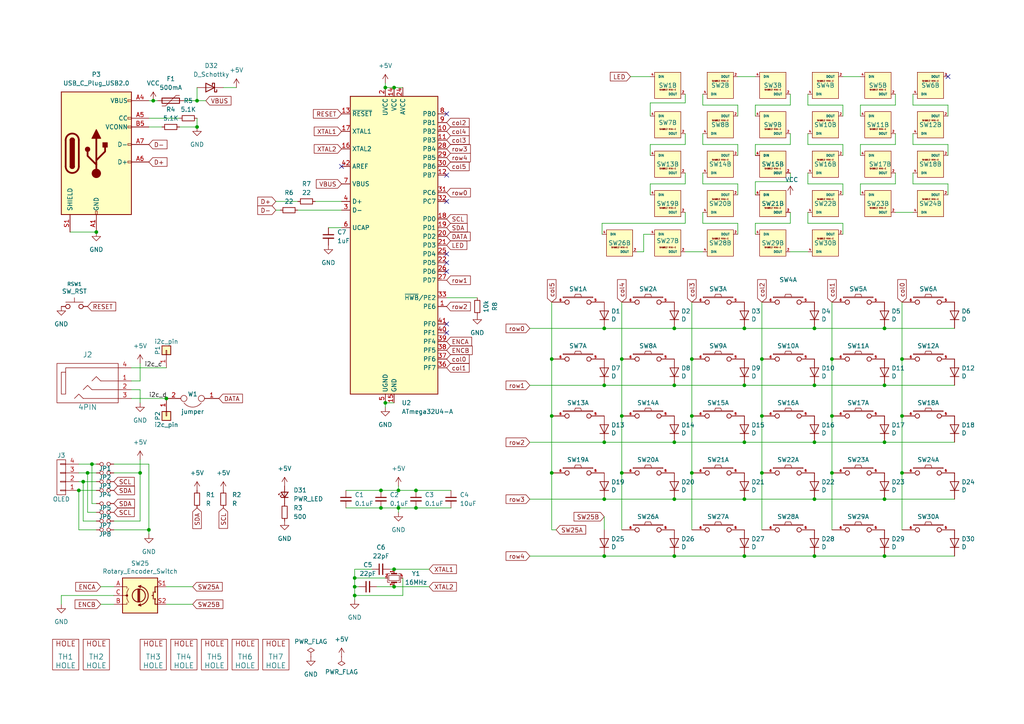
<source format=kicad_sch>
(kicad_sch (version 20230121) (generator eeschema)
  (paper "A4")
  (junction (at 175.26 95.25))
  (junction (at 57.15 29.21))
  (junction (at -63.5 36.83))
  (junction (at 22.86 142.24))
  (junction (at 27.94 67.31))
  (junction (at 256.54 128.27))
  (junction (at 160.02 120.65))
  (junction (at 111.76 25.4))
  (junction (at 220.98 137.16))
  (junction (at 215.9 111.76))
  (junction (at 200.66 104.14))
  (junction (at 160.02 104.14))
  (junction (at 241.3 104.14))
  (junction (at 220.98 104.14))
  (junction (at 175.26 144.78))
  (junction (at 195.58 95.25))
  (junction (at 175.26 111.76))
  (junction (at 57.15 36.83))
  (junction (at 26.67 134.62))
  (junction (at 236.22 95.25))
  (junction (at 200.66 120.65))
  (junction (at 43.18 153.67))
  (junction (at 115.57 142.24))
  (junction (at 114.3 25.4))
  (junction (at 200.66 137.16))
  (junction (at 160.02 137.16))
  (junction (at 175.26 128.27))
  (junction (at 102.87 167.64))
  (junction (at 180.34 120.65))
  (junction (at 236.22 128.27))
  (junction (at 102.87 170.18))
  (junction (at 236.22 111.76))
  (junction (at 261.62 137.16))
  (junction (at 48.26 115.57))
  (junction (at 24.13 139.7))
  (junction (at 241.3 137.16))
  (junction (at 256.54 161.29))
  (junction (at 256.54 95.25))
  (junction (at 44.45 29.21))
  (junction (at 110.49 147.32))
  (junction (at 180.34 104.14))
  (junction (at 120.65 142.24))
  (junction (at 40.64 137.16))
  (junction (at 241.3 120.65))
  (junction (at 261.62 120.65))
  (junction (at 102.87 172.72))
  (junction (at 236.22 144.78))
  (junction (at 25.4 137.16))
  (junction (at 256.54 144.78))
  (junction (at 195.58 161.29))
  (junction (at 120.65 147.32))
  (junction (at 195.58 111.76))
  (junction (at 111.76 116.84))
  (junction (at 236.22 161.29))
  (junction (at 180.34 137.16))
  (junction (at 215.9 144.78))
  (junction (at 215.9 128.27))
  (junction (at 114.3 170.18))
  (junction (at 215.9 161.29))
  (junction (at 220.98 120.65))
  (junction (at 175.26 161.29))
  (junction (at 215.9 95.25))
  (junction (at 115.57 147.32))
  (junction (at 195.58 128.27))
  (junction (at 256.54 111.76))
  (junction (at 195.58 144.78))
  (junction (at 261.62 104.14))
  (junction (at 114.3 165.1))
  (junction (at 110.49 142.24))
  (no_connect (at 129.54 50.8))
  (no_connect (at -63.5 44.45))
  (no_connect (at 129.54 76.2))
  (no_connect (at 129.54 33.02))
  (no_connect (at 99.06 48.26))
  (no_connect (at 129.54 58.42))
  (no_connect (at 274.955 22.225))
  (no_connect (at 129.54 78.74))
  (no_connect (at 129.54 96.52))
  (no_connect (at 129.54 73.66))
  (no_connect (at 129.54 93.98))
  (no_connect (at -30.48 29.21))
  (wire (pts (xy 213.995 22.225) (xy 219.075 22.225)))
  (wire (pts (xy 102.87 165.1) (xy 102.87 167.64)))
  (wire (pts (xy 244.475 56.515) (xy 244.475 53.34)))
  (wire (pts (xy 104.14 170.18) (xy 102.87 170.18)))
  (wire (pts (xy 20.32 67.31) (xy 27.94 67.31)))
  (wire (pts (xy 48.26 170.18) (xy 55.88 170.18)))
  (wire (pts (xy 234.315 41.91) (xy 234.315 38.735)))
  (wire (pts (xy 186.69 67.945) (xy 188.595 67.945)))
  (wire (pts (xy 213.995 41.91) (xy 203.835 41.91)))
  (wire (pts (xy 229.235 61.595) (xy 229.235 64.77)))
  (wire (pts (xy 261.62 104.14) (xy 261.62 87.63)))
  (wire (pts (xy 40.64 110.49) (xy 38.1 110.49)))
  (wire (pts (xy 24.13 139.7) (xy 27.94 139.7)))
  (wire (pts (xy 236.22 161.29) (xy 256.54 161.29)))
  (wire (pts (xy 102.87 167.64) (xy 111.76 167.64)))
  (wire (pts (xy 241.3 137.16) (xy 241.3 153.67)))
  (wire (pts (xy 274.955 30.48) (xy 264.795 30.48)))
  (wire (pts (xy 213.995 45.085) (xy 213.995 41.91)))
  (wire (pts (xy 198.755 73.025) (xy 203.835 73.025)))
  (wire (pts (xy 44.45 29.21) (xy 43.18 29.21)))
  (wire (pts (xy 188.595 53.34) (xy 188.595 56.515)))
  (wire (pts (xy 115.57 140.97) (xy 115.57 142.24)))
  (wire (pts (xy 111.76 116.84) (xy 114.3 116.84)))
  (wire (pts (xy 26.67 146.05) (xy 27.94 146.05)))
  (wire (pts (xy 234.315 53.34) (xy 234.315 50.165)))
  (wire (pts (xy 234.315 64.77) (xy 234.315 61.595)))
  (wire (pts (xy 110.49 142.24) (xy 115.57 142.24)))
  (wire (pts (xy 244.475 64.77) (xy 234.315 64.77)))
  (wire (pts (xy 24.13 139.7) (xy 24.13 151.13)))
  (wire (pts (xy 219.075 52.705) (xy 219.075 56.515)))
  (wire (pts (xy 274.955 53.34) (xy 264.795 53.34)))
  (wire (pts (xy 86.36 60.96) (xy 99.06 60.96)))
  (wire (pts (xy 259.715 38.735) (xy 259.715 41.91)))
  (wire (pts (xy 115.57 147.32) (xy 115.57 148.59)))
  (wire (pts (xy 215.9 161.29) (xy 236.22 161.29)))
  (wire (pts (xy 244.475 22.225) (xy 249.555 22.225)))
  (wire (pts (xy 198.755 53.34) (xy 188.595 53.34)))
  (wire (pts (xy 195.58 144.78) (xy 175.26 144.78)))
  (wire (pts (xy 111.76 24.13) (xy 111.76 25.4)))
  (wire (pts (xy 160.02 120.65) (xy 160.02 137.16)))
  (wire (pts (xy 256.54 95.25) (xy 236.22 95.25)))
  (wire (pts (xy 264.795 53.34) (xy 264.795 50.165)))
  (wire (pts (xy 200.66 104.14) (xy 200.66 120.65)))
  (wire (pts (xy 29.21 170.18) (xy 33.02 170.18)))
  (wire (pts (xy 244.475 67.945) (xy 244.475 64.77)))
  (wire (pts (xy 40.64 133.35) (xy 40.64 137.16)))
  (wire (pts (xy -72.39 36.83) (xy -63.5 36.83)))
  (wire (pts (xy 198.755 64.77) (xy 174.625 64.77)))
  (wire (pts (xy 180.34 120.65) (xy 180.34 137.16)))
  (wire (pts (xy 264.795 30.48) (xy 264.795 27.305)))
  (wire (pts (xy 220.98 120.65) (xy 220.98 137.16)))
  (wire (pts (xy 256.54 161.29) (xy 276.86 161.29)))
  (wire (pts (xy 188.595 29.845) (xy 188.595 33.655)))
  (wire (pts (xy 40.64 151.13) (xy 40.64 137.16)))
  (wire (pts (xy 259.715 53.34) (xy 249.555 53.34)))
  (wire (pts (xy 95.25 66.04) (xy 99.06 66.04)))
  (wire (pts (xy 175.26 149.86) (xy 175.26 153.67)))
  (wire (pts (xy 180.34 87.63) (xy 180.34 104.14)))
  (wire (pts (xy 264.795 41.91) (xy 264.795 38.735)))
  (wire (pts (xy 57.15 29.21) (xy 59.69 29.21)))
  (wire (pts (xy 91.44 58.42) (xy 99.06 58.42)))
  (wire (pts (xy 220.98 104.14) (xy 220.98 120.65)))
  (wire (pts (xy 234.315 30.48) (xy 234.315 27.305)))
  (wire (pts (xy 186.69 73.025) (xy 186.69 67.945)))
  (wire (pts (xy 236.22 111.76) (xy 256.54 111.76)))
  (wire (pts (xy 236.22 144.78) (xy 256.54 144.78)))
  (wire (pts (xy 160.02 87.63) (xy 160.02 104.14)))
  (wire (pts (xy -30.48 31.75) (xy -20.32 31.75)))
  (wire (pts (xy 33.02 151.13) (xy 40.64 151.13)))
  (wire (pts (xy 52.07 36.83) (xy 57.15 36.83)))
  (wire (pts (xy 80.01 60.96) (xy 81.28 60.96)))
  (wire (pts (xy 80.01 58.42) (xy 86.36 58.42)))
  (wire (pts (xy 40.64 113.03) (xy 40.64 116.84)))
  (wire (pts (xy 198.755 38.735) (xy 198.755 41.91)))
  (wire (pts (xy 33.02 134.62) (xy 43.18 134.62)))
  (wire (pts (xy 40.64 105.41) (xy 40.64 110.49)))
  (wire (pts (xy 213.995 56.515) (xy 213.995 53.34)))
  (wire (pts (xy 203.835 53.34) (xy 203.835 50.165)))
  (wire (pts (xy 261.62 120.65) (xy 261.62 137.16)))
  (wire (pts (xy 249.555 41.91) (xy 249.555 45.085)))
  (wire (pts (xy 213.995 67.945) (xy 213.995 64.77)))
  (wire (pts (xy 219.075 64.77) (xy 219.075 67.945)))
  (wire (pts (xy 116.84 167.64) (xy 116.84 172.72)))
  (wire (pts (xy 195.58 144.78) (xy 215.9 144.78)))
  (wire (pts (xy 114.3 170.18) (xy 124.46 170.18)))
  (wire (pts (xy 200.66 137.16) (xy 200.66 153.67)))
  (wire (pts (xy 203.835 30.48) (xy 203.835 27.305)))
  (wire (pts (xy 182.88 22.225) (xy 188.595 22.225)))
  (wire (pts (xy -21.59 36.83) (xy -21.59 30.48)))
  (wire (pts (xy 22.86 137.16) (xy 25.4 137.16)))
  (wire (pts (xy 256.54 144.78) (xy 276.86 144.78)))
  (wire (pts (xy 111.76 116.84) (xy 111.76 118.11)))
  (wire (pts (xy 43.18 36.83) (xy 46.99 36.83)))
  (wire (pts (xy 259.715 50.165) (xy 259.715 53.34)))
  (wire (pts (xy 25.4 148.59) (xy 27.94 148.59)))
  (wire (pts (xy 115.57 147.32) (xy 120.65 147.32)))
  (wire (pts (xy 175.26 128.27) (xy 153.67 128.27)))
  (wire (pts (xy 26.67 134.62) (xy 26.67 146.05)))
  (wire (pts (xy 195.58 95.25) (xy 175.26 95.25)))
  (wire (pts (xy 215.9 144.78) (xy 236.22 144.78)))
  (wire (pts (xy 102.87 170.18) (xy 102.87 172.72)))
  (wire (pts (xy 115.57 142.24) (xy 120.65 142.24)))
  (wire (pts (xy 57.15 25.4) (xy 57.15 29.21)))
  (wire (pts (xy 188.595 41.91) (xy 188.595 45.085)))
  (wire (pts (xy 244.475 45.085) (xy 244.475 41.91)))
  (wire (pts (xy 175.26 144.78) (xy 153.67 144.78)))
  (wire (pts (xy 102.87 167.64) (xy 102.87 170.18)))
  (wire (pts (xy 241.3 137.16) (xy 241.3 120.65)))
  (wire (pts (xy 220.98 87.63) (xy 220.98 104.14)))
  (wire (pts (xy 219.075 41.91) (xy 219.075 45.085)))
  (wire (pts (xy -20.32 31.75) (xy -20.32 38.1)))
  (wire (pts (xy 175.26 161.29) (xy 195.58 161.29)))
  (wire (pts (xy 160.02 153.67) (xy 161.29 153.67)))
  (wire (pts (xy 100.33 147.32) (xy 110.49 147.32)))
  (wire (pts (xy 68.58 25.4) (xy 64.77 25.4)))
  (wire (pts (xy 213.995 33.655) (xy 213.995 30.48)))
  (wire (pts (xy 259.715 61.595) (xy 264.795 61.595)))
  (wire (pts (xy 256.54 111.76) (xy 276.86 111.76)))
  (wire (pts (xy 274.955 33.655) (xy 274.955 30.48)))
  (wire (pts (xy 259.715 27.305) (xy 259.715 30.48)))
  (wire (pts (xy 22.86 134.62) (xy 26.67 134.62)))
  (wire (pts (xy 53.34 29.21) (xy 57.15 29.21)))
  (wire (pts (xy 261.62 120.65) (xy 261.62 104.14)))
  (wire (pts (xy 229.235 38.735) (xy 229.235 41.91)))
  (wire (pts (xy 213.995 53.34) (xy 203.835 53.34)))
  (wire (pts (xy 261.62 137.16) (xy 261.62 153.67)))
  (wire (pts (xy 244.475 53.34) (xy 234.315 53.34)))
  (wire (pts (xy 274.955 45.085) (xy 274.955 41.91)))
  (wire (pts (xy 241.3 87.63) (xy 241.3 104.14)))
  (wire (pts (xy 244.475 30.48) (xy 234.315 30.48)))
  (wire (pts (xy -63.5 34.29) (xy -63.5 36.83)))
  (wire (pts (xy 25.4 137.16) (xy 27.94 137.16)))
  (wire (pts (xy 22.86 142.24) (xy 22.86 153.67)))
  (wire (pts (xy 110.49 147.32) (xy 115.57 147.32)))
  (wire (pts (xy 174.625 64.77) (xy 174.625 67.945)))
  (wire (pts (xy 259.715 41.91) (xy 249.555 41.91)))
  (wire (pts (xy -30.48 36.83) (xy -21.59 36.83)))
  (wire (pts (xy 229.235 50.165) (xy 229.235 52.705)))
  (wire (pts (xy 198.755 61.595) (xy 198.755 64.77)))
  (wire (pts (xy 229.235 64.77) (xy 219.075 64.77)))
  (wire (pts (xy 259.715 30.48) (xy 249.555 30.48)))
  (wire (pts (xy 22.86 153.67) (xy 27.94 153.67)))
  (wire (pts (xy 45.72 29.21) (xy 44.45 29.21)))
  (wire (pts (xy 29.21 175.26) (xy 33.02 175.26)))
  (wire (pts (xy 153.67 161.29) (xy 175.26 161.29)))
  (wire (pts (xy 38.1 113.03) (xy 40.64 113.03)))
  (wire (pts (xy 195.58 95.25) (xy 215.9 95.25)))
  (wire (pts (xy 24.13 151.13) (xy 27.94 151.13)))
  (wire (pts (xy 180.34 104.14) (xy 180.34 120.65)))
  (wire (pts (xy 43.18 134.62) (xy 43.18 153.67)))
  (wire (pts (xy 244.475 41.91) (xy 234.315 41.91)))
  (wire (pts (xy 256.54 128.27) (xy 276.86 128.27)))
  (wire (pts (xy 25.4 137.16) (xy 25.4 148.59)))
  (wire (pts (xy 195.58 111.76) (xy 215.9 111.76)))
  (wire (pts (xy 220.98 137.16) (xy 220.98 153.67)))
  (wire (pts (xy 274.955 41.91) (xy 264.795 41.91)))
  (wire (pts (xy 229.235 73.025) (xy 234.315 73.025)))
  (wire (pts (xy 180.34 137.16) (xy 180.34 153.67)))
  (wire (pts (xy 249.555 53.34) (xy 249.555 56.515)))
  (wire (pts (xy 198.755 29.845) (xy 188.595 29.845)))
  (wire (pts (xy 38.1 115.57) (xy 48.26 115.57)))
  (wire (pts (xy 175.26 111.76) (xy 153.67 111.76)))
  (wire (pts (xy 114.3 165.1) (xy 113.03 165.1)))
  (wire (pts (xy 33.02 172.72) (xy 17.78 172.72)))
  (wire (pts (xy 213.995 64.77) (xy 203.835 64.77)))
  (wire (pts (xy 249.555 30.48) (xy 249.555 33.655)))
  (wire (pts (xy 203.835 64.77) (xy 203.835 61.595)))
  (wire (pts (xy 200.66 120.65) (xy 200.66 137.16)))
  (wire (pts (xy 229.235 41.91) (xy 219.075 41.91)))
  (wire (pts (xy 219.075 30.48) (xy 219.075 33.655)))
  (wire (pts (xy 26.67 134.62) (xy 27.94 134.62)))
  (wire (pts (xy 160.02 104.14) (xy 160.02 120.65)))
  (wire (pts (xy 27.94 142.24) (xy 22.86 142.24)))
  (wire (pts (xy 195.58 128.27) (xy 175.26 128.27)))
  (wire (pts (xy 43.18 154.94) (xy 43.18 153.67)))
  (wire (pts (xy 129.54 86.36) (xy 138.43 86.36)))
  (wire (pts (xy 200.66 87.63) (xy 200.66 104.14)))
  (wire (pts (xy 160.02 137.16) (xy 160.02 153.67)))
  (wire (pts (xy 114.3 25.4) (xy 116.84 25.4)))
  (wire (pts (xy 198.755 50.165) (xy 198.755 53.34)))
  (wire (pts (xy 229.235 30.48) (xy 219.075 30.48)))
  (wire (pts (xy 195.58 161.29) (xy 215.9 161.29)))
  (wire (pts (xy 236.22 128.27) (xy 256.54 128.27)))
  (wire (pts (xy 111.76 25.4) (xy 114.3 25.4)))
  (wire (pts (xy 102.87 165.1) (xy 107.95 165.1)))
  (wire (pts (xy 256.54 95.25) (xy 276.86 95.25)))
  (wire (pts (xy 215.9 95.25) (xy 236.22 95.25)))
  (wire (pts (xy 48.26 175.26) (xy 55.88 175.26)))
  (wire (pts (xy 198.755 27.305) (xy 198.755 29.845)))
  (wire (pts (xy 22.86 139.7) (xy 24.13 139.7)))
  (wire (pts (xy 203.835 41.91) (xy 203.835 38.735)))
  (wire (pts (xy 120.65 142.24) (xy 130.81 142.24)))
  (wire (pts (xy 17.78 172.72) (xy 17.78 175.26)))
  (wire (pts (xy 116.84 172.72) (xy 102.87 172.72)))
  (wire (pts (xy 120.65 147.32) (xy 130.81 147.32)))
  (wire (pts (xy 195.58 128.27) (xy 215.9 128.27)))
  (wire (pts (xy 114.3 165.1) (xy 124.46 165.1)))
  (wire (pts (xy 195.58 111.76) (xy 175.26 111.76)))
  (wire (pts (xy 215.9 111.76) (xy 236.22 111.76)))
  (wire (pts (xy 274.955 56.515) (xy 274.955 53.34)))
  (wire (pts (xy 38.1 106.68) (xy 48.26 106.68)))
  (wire (pts (xy 215.9 128.27) (xy 236.22 128.27)))
  (wire (pts (xy 229.235 27.305) (xy 229.235 30.48)))
  (wire (pts (xy 100.33 142.24) (xy 110.49 142.24)))
  (wire (pts (xy 40.64 137.16) (xy 33.02 137.16)))
  (wire (pts (xy 213.995 30.48) (xy 203.835 30.48)))
  (wire (pts (xy 244.475 33.655) (xy 244.475 30.48)))
  (wire (pts (xy 229.235 52.705) (xy 219.075 52.705)))
  (wire (pts (xy 43.18 34.29) (xy 52.07 34.29)))
  (wire (pts (xy 175.26 95.25) (xy 153.67 95.25)))
  (wire (pts (xy 198.755 41.91) (xy 188.595 41.91)))
  (wire (pts (xy 102.87 172.72) (xy 102.87 173.99)))
  (wire (pts (xy 241.3 104.14) (xy 241.3 120.65)))
  (wire (pts (xy 57.15 34.29) (xy 57.15 36.83)))
  (wire (pts (xy 33.02 153.67) (xy 43.18 153.67)))
  (wire (pts (xy 109.22 170.18) (xy 114.3 170.18)))
  (wire (pts (xy 184.785 73.025) (xy 186.69 73.025)))
  (label "i2c_d" (at 43.18 115.57 0))
  (label "i2c_c" (at 41.91 106.68 0))
  (global_label "row0" (shape input) (at -63.5 46.99 180) (property "Intersheetrefs" "${INTERSHEET_REFS}" (effects hide)))
  (global_label "D-" (shape input) (at 43.18 41.91 0) (property "Intersheetrefs" "${INTERSHEET_REFS}" (effects hide)))
  (global_label "ENCB" (shape input) (at 29.21 175.26 180) (property "Intersheetrefs" "${INTERSHEET_REFS}" (effects hide)))
  (global_label "ENCB" (shape input) (at -30.48 41.91 0) (property "Intersheetrefs" "${INTERSHEET_REFS}" (effects hide)))
  (global_label "col3" (shape input) (at 200.66 87.63 90) (property "Intersheetrefs" "${INTERSHEET_REFS}" (effects hide)))
  (global_label "row2" (shape input) (at 153.67 128.27 180) (property "Intersheetrefs" "${INTERSHEET_REFS}" (effects hide)))
  (global_label "SDA" (shape input) (at 129.54 66.04 0) (property "Intersheetrefs" "${INTERSHEET_REFS}" (effects hide)))
  (global_label "col0" (shape input) (at 129.54 104.14 0) (property "Intersheetrefs" "${INTERSHEET_REFS}" (effects hide)))
  (global_label "col2" (shape input) (at -30.48 49.53 0) (property "Intersheetrefs" "${INTERSHEET_REFS}" (effects hide)))
  (global_label "row2" (shape input) (at 129.54 88.9 0) (property "Intersheetrefs" "${INTERSHEET_REFS}" (effects hide)))
  (global_label "row3" (shape input) (at -63.5 54.61 180) (property "Intersheetrefs" "${INTERSHEET_REFS}" (effects hide)))
  (global_label "ENCA" (shape input) (at -30.48 39.37 0) (property "Intersheetrefs" "${INTERSHEET_REFS}" (effects hide)))
  (global_label "LED" (shape input) (at 129.54 71.12 0) (property "Intersheetrefs" "${INTERSHEET_REFS}" (effects hide)))
  (global_label "col0" (shape input) (at 261.62 87.63 90) (property "Intersheetrefs" "${INTERSHEET_REFS}" (effects hide)))
  (global_label "row3" (shape input) (at 129.54 43.18 0) (property "Intersheetrefs" "${INTERSHEET_REFS}" (effects hide)))
  (global_label "SCL" (shape input) (at 64.77 147.32 270) (property "Intersheetrefs" "${INTERSHEET_REFS}" (effects hide)))
  (global_label "col4" (shape input) (at -30.48 54.61 0) (property "Intersheetrefs" "${INTERSHEET_REFS}" (effects hide)))
  (global_label "col1" (shape input) (at 129.54 106.68 0) (property "Intersheetrefs" "${INTERSHEET_REFS}" (effects hide)))
  (global_label "row4" (shape input) (at 129.54 45.72 0) (property "Intersheetrefs" "${INTERSHEET_REFS}" (effects hide)))
  (global_label "col1" (shape input) (at 241.3 87.63 90) (property "Intersheetrefs" "${INTERSHEET_REFS}" (effects hide)))
  (global_label "row3" (shape input) (at 153.67 144.78 180) (property "Intersheetrefs" "${INTERSHEET_REFS}" (effects hide)))
  (global_label "SW25A" (shape input) (at 161.29 153.67 0) (property "Intersheetrefs" "${INTERSHEET_REFS}" (effects hide)))
  (global_label "XTAL1" (shape input) (at 124.46 165.1 0) (property "Intersheetrefs" "${INTERSHEET_REFS}" (effects hide)))
  (global_label "RESET" (shape input) (at -30.48 34.29 0) (property "Intersheetrefs" "${INTERSHEET_REFS}" (effects hide)))
  (global_label "SDA" (shape input) (at -63.5 39.37 180) (property "Intersheetrefs" "${INTERSHEET_REFS}" (effects hide)))
  (global_label "row4" (shape input) (at 153.67 161.29 180) (property "Intersheetrefs" "${INTERSHEET_REFS}" (effects hide)))
  (global_label "ENCA" (shape input) (at 129.54 99.06 0) (property "Intersheetrefs" "${INTERSHEET_REFS}" (effects hide)))
  (global_label "LED" (shape input) (at 182.88 22.225 180) (property "Intersheetrefs" "${INTERSHEET_REFS}" (effects hide)))
  (global_label "RESET" (shape input) (at 25.4 88.9 0) (property "Intersheetrefs" "${INTERSHEET_REFS}" (effects hide)))
  (global_label "XTAL2" (shape input) (at 99.06 43.18 180) (property "Intersheetrefs" "${INTERSHEET_REFS}" (effects hide)))
  (global_label "col5" (shape input) (at -30.48 57.15 0) (property "Intersheetrefs" "${INTERSHEET_REFS}" (effects hide)))
  (global_label "XTAL2" (shape input) (at 124.46 170.18 0) (property "Intersheetrefs" "${INTERSHEET_REFS}" (effects hide)))
  (global_label "SCL" (shape input) (at -63.5 41.91 180) (property "Intersheetrefs" "${INTERSHEET_REFS}" (effects hide)))
  (global_label "col4" (shape input) (at 180.34 87.63 90) (property "Intersheetrefs" "${INTERSHEET_REFS}" (effects hide)))
  (global_label "col5" (shape input) (at 160.02 87.63 90) (property "Intersheetrefs" "${INTERSHEET_REFS}" (effects hide)))
  (global_label "row0" (shape input) (at 129.54 55.88 0) (property "Intersheetrefs" "${INTERSHEET_REFS}" (effects hide)))
  (global_label "SCL" (shape input) (at 129.54 63.5 0) (property "Intersheetrefs" "${INTERSHEET_REFS}" (effects hide)))
  (global_label "RESET" (shape input) (at 99.06 33.02 180) (property "Intersheetrefs" "${INTERSHEET_REFS}" (effects hide)))
  (global_label "ENCA" (shape input) (at 29.21 170.18 180) (property "Intersheetrefs" "${INTERSHEET_REFS}" (effects hide)))
  (global_label "col0" (shape input) (at -30.48 44.45 0) (property "Intersheetrefs" "${INTERSHEET_REFS}" (effects hide)))
  (global_label "row4" (shape input) (at -63.5 57.15 180) (property "Intersheetrefs" "${INTERSHEET_REFS}" (effects hide)))
  (global_label "SDA" (shape input) (at 57.15 147.32 270) (property "Intersheetrefs" "${INTERSHEET_REFS}" (effects hide)))
  (global_label "row2" (shape input) (at -63.5 52.07 180) (property "Intersheetrefs" "${INTERSHEET_REFS}" (effects hide)))
  (global_label "XTAL1" (shape input) (at 99.06 38.1 180) (property "Intersheetrefs" "${INTERSHEET_REFS}" (effects hide)))
  (global_label "VBUS" (shape input) (at 99.06 53.34 180) (property "Intersheetrefs" "${INTERSHEET_REFS}" (effects hide)))
  (global_label "col2" (shape input) (at 220.98 87.63 90) (property "Intersheetrefs" "${INTERSHEET_REFS}" (effects hide)))
  (global_label "ENCB" (shape input) (at 129.54 101.6 0) (property "Intersheetrefs" "${INTERSHEET_REFS}" (effects hide)))
  (global_label "D+" (shape input) (at 80.01 58.42 180) (property "Intersheetrefs" "${INTERSHEET_REFS}" (effects hide)))
  (global_label "SW25B" (shape input) (at 55.88 175.26 0) (property "Intersheetrefs" "${INTERSHEET_REFS}" (effects hide)))
  (global_label "D-" (shape input) (at 80.01 60.96 180) (property "Intersheetrefs" "${INTERSHEET_REFS}" (effects hide)))
  (global_label "VBUS" (shape input) (at 59.69 29.21 0) (property "Intersheetrefs" "${INTERSHEET_REFS}" (effects hide)))
  (global_label "SDA" (shape input) (at 33.02 146.05 0) (property "Intersheetrefs" "${INTERSHEET_REFS}" (effects hide)))
  (global_label "D+" (shape input) (at 43.18 46.99 0) (property "Intersheetrefs" "${INTERSHEET_REFS}" (effects hide)))
  (global_label "DATA" (shape input) (at 63.5 115.57 0) (property "Intersheetrefs" "${INTERSHEET_REFS}" (effects hide)))
  (global_label "col5" (shape input) (at 129.54 48.26 0) (property "Intersheetrefs" "${INTERSHEET_REFS}" (effects hide)))
  (global_label "row1" (shape input) (at 153.67 111.76 180) (property "Intersheetrefs" "${INTERSHEET_REFS}" (effects hide)))
  (global_label "col3" (shape input) (at 129.54 40.64 0) (property "Intersheetrefs" "${INTERSHEET_REFS}" (effects hide)))
  (global_label "col2" (shape input) (at 129.54 35.56 0) (property "Intersheetrefs" "${INTERSHEET_REFS}" (effects hide)))
  (global_label "row1" (shape input) (at 129.54 81.28 0) (property "Intersheetrefs" "${INTERSHEET_REFS}" (effects hide)))
  (global_label "col3" (shape input) (at -30.48 52.07 0) (property "Intersheetrefs" "${INTERSHEET_REFS}" (effects hide)))
  (global_label "DATA" (shape input) (at 129.54 68.58 0) (property "Intersheetrefs" "${INTERSHEET_REFS}" (effects hide)))
  (global_label "SDA" (shape input) (at 33.02 142.24 0) (property "Intersheetrefs" "${INTERSHEET_REFS}" (effects hide)))
  (global_label "row0" (shape input) (at 153.67 95.25 180) (property "Intersheetrefs" "${INTERSHEET_REFS}" (effects hide)))
  (global_label "col1" (shape input) (at -30.48 46.99 0) (property "Intersheetrefs" "${INTERSHEET_REFS}" (effects hide)))
  (global_label "row1" (shape input) (at -63.5 49.53 180) (property "Intersheetrefs" "${INTERSHEET_REFS}" (effects hide)))
  (global_label "DATA" (shape input) (at -63.5 31.75 180) (property "Intersheetrefs" "${INTERSHEET_REFS}" (effects hide)))
  (global_label "SW25A" (shape input) (at 55.88 170.18 0) (property "Intersheetrefs" "${INTERSHEET_REFS}" (effects hide)))
  (global_label "col4" (shape input) (at 129.54 38.1 0) (property "Intersheetrefs" "${INTERSHEET_REFS}" (effects hide)))
  (global_label "SCL" (shape input) (at 33.02 139.7 0) (property "Intersheetrefs" "${INTERSHEET_REFS}" (effects hide)))
  (global_label "SW25B" (shape input) (at 175.26 149.86 180) (property "Intersheetrefs" "${INTERSHEET_REFS}" (effects hide)))
  (global_label "LED" (shape input) (at -63.5 29.21 180) (property "Intersheetrefs" "${INTERSHEET_REFS}" (effects hide)))
  (global_label "SCL" (shape input) (at 33.02 148.59 0) (property "Intersheetrefs" "${INTERSHEET_REFS}" (effects hide)))
  (symbol (lib_id "SofleKeyboard-rescue:ProMicro_2-Lily58-cache-Lily58_Pro-rescue") (at -46.99 43.18 0) (unit 1)
    (property "Reference" "U1" (at -46.99 25.4 0) (effects (font (size 1.524 1.524))))
    (property "Value" "ProMicro" (at -46.99 60.96 0) (effects (font (size 1.524 1.524))))
    (property "Footprint" "SofleKeyboard-footprint:ProMicro" (effects hide))
  )
  (symbol (lib_id "SofleKeyboard:SW_PUSH_LED") (at 187.96 153.67 0) (unit 1)
    (property "Reference" "SW26" (at 187.96 149.86 0))
    (property "Value" "SW_PUSH_LED" (effects hide))
    (property "Footprint" "SofleChoc:Choc_Hotswap_SK6812MiniE" (effects hide))
  )
  (symbol (lib_id "SofleKeyboard:SW_PUSH_LED") (at 167.64 87.63 0) (unit 1)
    (property "Reference" "SW1" (at 167.64 83.82 0))
    (property "Value" "SW_PUSH_LED" (effects hide))
    (property "Footprint" "SofleChoc:Choc_Hotswap_SK6812MiniE" (effects hide))
  )
  (symbol (lib_id "SofleKeyboard-rescue:D-Lily58-cache-Lily58_Pro-rescue") (at 175.26 91.44 90) (unit 1)
    (property "Reference" "D1" (at 177.2666 90.2716 90) (effects (justify right)))
    (property "Value" "D" (at 177.2666 92.583 90) (effects (justify right)))
    (property "Footprint" "Diode_SMD:crkbd-diode" (effects hide))
  )
  (symbol (lib_id "SofleKeyboard:SW_PUSH_LED") (at 187.96 87.63 0) (unit 1)
    (property "Reference" "SW2" (at 187.96 83.82 0))
    (property "Value" "SW_PUSH_LED" (effects hide))
    (property "Footprint" "SofleChoc:Choc_Hotswap_SK6812MiniE" (effects hide))
  )
  (symbol (lib_id "SofleKeyboard-rescue:D-Lily58-cache-Lily58_Pro-rescue") (at 195.58 91.44 90) (unit 1)
    (property "Reference" "D2" (at 197.5866 90.2716 90) (effects (justify right)))
    (property "Value" "D" (at 197.5866 92.583 90) (effects (justify right)))
    (property "Footprint" "Diode_SMD:crkbd-diode" (effects hide))
  )
  (symbol (lib_id "SofleKeyboard:SW_PUSH_LED") (at 208.28 87.63 0) (unit 1)
    (property "Reference" "SW3" (at 208.28 83.82 0))
    (property "Value" "SW_PUSH_LED" (effects hide))
    (property "Footprint" "SofleChoc:Choc_Hotswap_SK6812MiniE" (effects hide))
  )
  (symbol (lib_id "SofleKeyboard-rescue:D-Lily58-cache-Lily58_Pro-rescue") (at 215.9 91.44 90) (unit 1)
    (property "Reference" "D3" (at 217.9066 90.2716 90) (effects (justify right)))
    (property "Value" "D" (at 217.9066 92.583 90) (effects (justify right)))
    (property "Footprint" "Diode_SMD:crkbd-diode" (effects hide))
  )
  (symbol (lib_id "SofleKeyboard:SW_PUSH_LED") (at 228.6 87.63 0) (unit 1)
    (property "Reference" "SW4" (at 228.6 81.153 0))
    (property "Value" "SW_PUSH_LED" (effects hide))
    (property "Footprint" "SofleChoc:Choc_Hotswap_SK6812MiniE" (effects hide))
  )
  (symbol (lib_id "SofleKeyboard-rescue:D-Lily58-cache-Lily58_Pro-rescue") (at 236.22 91.44 90) (unit 1)
    (property "Reference" "D4" (at 238.2266 90.2716 90) (effects (justify right)))
    (property "Value" "D" (at 238.2266 92.583 90) (effects (justify right)))
    (property "Footprint" "Diode_SMD:crkbd-diode" (effects hide))
  )
  (symbol (lib_id "SofleKeyboard:SW_PUSH_LED") (at 248.92 87.63 0) (unit 1)
    (property "Reference" "SW5" (at 248.92 83.82 0))
    (property "Value" "SW_PUSH_LED" (effects hide))
    (property "Footprint" "SofleChoc:Choc_Hotswap_SK6812MiniE" (effects hide))
  )
  (symbol (lib_id "SofleKeyboard-rescue:D-Lily58-cache-Lily58_Pro-rescue") (at 256.54 91.44 90) (unit 1)
    (property "Reference" "D5" (at 258.5466 90.2716 90) (effects (justify right)))
    (property "Value" "D" (at 258.5466 92.583 90) (effects (justify right)))
    (property "Footprint" "Diode_SMD:crkbd-diode" (effects hide))
  )
  (symbol (lib_id "SofleKeyboard:SW_PUSH_LED") (at 269.24 87.63 0) (unit 1)
    (property "Reference" "SW6" (at 269.24 83.82 0))
    (property "Value" "SW_PUSH_LED" (effects hide))
    (property "Footprint" "SofleChoc:Choc_Hotswap_SK6812MiniE" (effects hide))
  )
  (symbol (lib_id "SofleKeyboard-rescue:D-Lily58-cache-Lily58_Pro-rescue") (at 276.86 91.44 90) (unit 1)
    (property "Reference" "D6" (at 278.8666 90.2716 90) (effects (justify right)))
    (property "Value" "D" (at 278.8666 92.583 90) (effects (justify right)))
    (property "Footprint" "Diode_SMD:crkbd-diode" (effects hide))
  )
  (symbol (lib_id "SofleKeyboard:SW_PUSH_LED") (at 187.96 104.14 0) (unit 1)
    (property "Reference" "SW8" (at 187.96 100.33 0))
    (property "Value" "SW_PUSH_LED" (effects hide))
    (property "Footprint" "SofleChoc:Choc_Hotswap_SK6812MiniE" (effects hide))
  )
  (symbol (lib_id "SofleKeyboard:SW_PUSH_LED") (at 208.28 104.14 0) (unit 1)
    (property "Reference" "SW9" (at 208.28 100.33 0))
    (property "Value" "SW_PUSH_LED" (effects hide))
    (property "Footprint" "SofleChoc:Choc_Hotswap_SK6812MiniE" (effects hide))
  )
  (symbol (lib_id "SofleKeyboard:SW_PUSH_LED") (at 228.6 104.14 0) (unit 1)
    (property "Reference" "SW10" (at 228.6 100.33 0))
    (property "Value" "SW_PUSH_LED" (effects hide))
    (property "Footprint" "SofleChoc:Choc_Hotswap_SK6812MiniE" (effects hide))
  )
  (symbol (lib_id "SofleKeyboard:SW_PUSH_LED") (at 248.92 104.14 0) (unit 1)
    (property "Reference" "SW11" (at 248.92 100.33 0))
    (property "Value" "SW_PUSH_LED" (effects hide))
    (property "Footprint" "SofleChoc:Choc_Hotswap_SK6812MiniE" (effects hide))
  )
  (symbol (lib_id "SofleKeyboard:SW_PUSH_LED") (at 269.24 104.14 0) (unit 1)
    (property "Reference" "SW12" (at 269.24 100.33 0))
    (property "Value" "SW_PUSH_LED" (effects hide))
    (property "Footprint" "SofleChoc:Choc_Hotswap_SK6812MiniE" (effects hide))
  )
  (symbol (lib_id "SofleKeyboard:SW_PUSH_LED") (at 167.64 104.14 0) (unit 1)
    (property "Reference" "SW7" (at 167.64 100.33 0))
    (property "Value" "SW_PUSH_LED" (effects hide))
    (property "Footprint" "SofleChoc:Choc_Hotswap_SK6812MiniE" (effects hide))
  )
  (symbol (lib_id "SofleKeyboard-rescue:D-Lily58-cache-Lily58_Pro-rescue") (at 175.26 107.95 90) (unit 1)
    (property "Reference" "D7" (at 177.2666 106.7816 90) (effects (justify right)))
    (property "Value" "D" (at 177.2666 109.093 90) (effects (justify right)))
    (property "Footprint" "Diode_SMD:crkbd-diode" (effects hide))
  )
  (symbol (lib_id "SofleKeyboard-rescue:D-Lily58-cache-Lily58_Pro-rescue") (at 195.58 107.95 90) (unit 1)
    (property "Reference" "D8" (at 197.5866 106.7816 90) (effects (justify right)))
    (property "Value" "D" (at 197.5866 109.093 90) (effects (justify right)))
    (property "Footprint" "Diode_SMD:crkbd-diode" (effects hide))
  )
  (symbol (lib_id "SofleKeyboard-rescue:D-Lily58-cache-Lily58_Pro-rescue") (at 215.9 107.95 90) (unit 1)
    (property "Reference" "D9" (at 217.9066 106.7816 90) (effects (justify right)))
    (property "Value" "D" (at 217.9066 109.093 90) (effects (justify right)))
    (property "Footprint" "Diode_SMD:crkbd-diode" (effects hide))
  )
  (symbol (lib_id "SofleKeyboard-rescue:D-Lily58-cache-Lily58_Pro-rescue") (at 236.22 107.95 90) (unit 1)
    (property "Reference" "D10" (at 238.2266 106.7816 90) (effects (justify right)))
    (property "Value" "D" (at 238.2266 109.093 90) (effects (justify right)))
    (property "Footprint" "Diode_SMD:crkbd-diode" (effects hide))
  )
  (symbol (lib_id "SofleKeyboard-rescue:D-Lily58-cache-Lily58_Pro-rescue") (at 256.54 107.95 90) (unit 1)
    (property "Reference" "D11" (at 258.5466 106.7816 90) (effects (justify right)))
    (property "Value" "D" (at 258.5466 109.093 90) (effects (justify right)))
    (property "Footprint" "Diode_SMD:crkbd-diode" (effects hide))
  )
  (symbol (lib_id "SofleKeyboard-rescue:D-Lily58-cache-Lily58_Pro-rescue") (at 276.86 107.95 90) (unit 1)
    (property "Reference" "D12" (at 278.8666 106.7816 90) (effects (justify right)))
    (property "Value" "D" (at 278.8666 109.093 90) (effects (justify right)))
    (property "Footprint" "Diode_SMD:crkbd-diode" (effects hide))
  )
  (symbol (lib_id "SofleKeyboard:SW_PUSH_LED") (at 167.64 120.65 0) (unit 1)
    (property "Reference" "SW13" (at 167.64 116.84 0))
    (property "Value" "SW_PUSH_LED" (effects hide))
    (property "Footprint" "SofleChoc:Choc_Hotswap_SK6812MiniE" (effects hide))
  )
  (symbol (lib_id "SofleKeyboard:SW_PUSH_LED") (at 187.96 120.65 0) (unit 1)
    (property "Reference" "SW14" (at 187.96 116.84 0))
    (property "Value" "SW_PUSH_LED" (effects hide))
    (property "Footprint" "SofleChoc:Choc_Hotswap_SK6812MiniE" (effects hide))
  )
  (symbol (lib_id "SofleKeyboard:SW_PUSH_LED") (at 208.28 120.65 0) (unit 1)
    (property "Reference" "SW15" (at 208.28 116.84 0))
    (property "Value" "SW_PUSH_LED" (effects hide))
    (property "Footprint" "SofleChoc:Choc_Hotswap_SK6812MiniE" (effects hide))
  )
  (symbol (lib_id "SofleKeyboard:SW_PUSH_LED") (at 228.6 120.65 0) (unit 1)
    (property "Reference" "SW16" (at 228.6 116.84 0))
    (property "Value" "SW_PUSH_LED" (effects hide))
    (property "Footprint" "SofleChoc:Choc_Hotswap_SK6812MiniE" (effects hide))
  )
  (symbol (lib_id "SofleKeyboard:SW_PUSH_LED") (at 248.92 120.65 0) (unit 1)
    (property "Reference" "SW17" (at 248.92 116.84 0))
    (property "Value" "SW_PUSH_LED" (effects hide))
    (property "Footprint" "SofleChoc:Choc_Hotswap_SK6812MiniE" (effects hide))
  )
  (symbol (lib_id "SofleKeyboard:SW_PUSH_LED") (at 269.24 120.65 0) (unit 1)
    (property "Reference" "SW18" (at 269.24 116.84 0))
    (property "Value" "SW_PUSH_LED" (effects hide))
    (property "Footprint" "SofleChoc:Choc_Hotswap_SK6812MiniE" (effects hide))
  )
  (symbol (lib_id "SofleKeyboard-rescue:D-Lily58-cache-Lily58_Pro-rescue") (at 175.26 124.46 90) (unit 1)
    (property "Reference" "D13" (at 177.2666 123.2916 90) (effects (justify right)))
    (property "Value" "D" (at 177.2666 125.603 90) (effects (justify right)))
    (property "Footprint" "Diode_SMD:crkbd-diode" (effects hide))
  )
  (symbol (lib_id "SofleKeyboard-rescue:D-Lily58-cache-Lily58_Pro-rescue") (at 195.58 124.46 90) (unit 1)
    (property "Reference" "D14" (at 197.5866 123.2916 90) (effects (justify right)))
    (property "Value" "D" (at 197.5866 125.603 90) (effects (justify right)))
    (property "Footprint" "Diode_SMD:crkbd-diode" (effects hide))
  )
  (symbol (lib_id "SofleKeyboard-rescue:D-Lily58-cache-Lily58_Pro-rescue") (at 215.9 124.46 90) (unit 1)
    (property "Reference" "D15" (at 217.9066 123.2916 90) (effects (justify right)))
    (property "Value" "D" (at 217.9066 125.603 90) (effects (justify right)))
    (property "Footprint" "Diode_SMD:crkbd-diode" (effects hide))
  )
  (symbol (lib_id "SofleKeyboard-rescue:D-Lily58-cache-Lily58_Pro-rescue") (at 236.22 124.46 90) (unit 1)
    (property "Reference" "D16" (at 238.2266 123.2916 90) (effects (justify right)))
    (property "Value" "D" (at 238.2266 125.603 90) (effects (justify right)))
    (property "Footprint" "Diode_SMD:crkbd-diode" (effects hide))
  )
  (symbol (lib_id "SofleKeyboard-rescue:D-Lily58-cache-Lily58_Pro-rescue") (at 256.54 124.46 90) (unit 1)
    (property "Reference" "D17" (at 258.5466 123.2916 90) (effects (justify right)))
    (property "Value" "D" (at 258.5466 125.603 90) (effects (justify right)))
    (property "Footprint" "Diode_SMD:crkbd-diode" (effects hide))
  )
  (symbol (lib_id "SofleKeyboard-rescue:D-Lily58-cache-Lily58_Pro-rescue") (at 276.86 124.46 90) (unit 1)
    (property "Reference" "D18" (at 278.8666 123.2916 90) (effects (justify right)))
    (property "Value" "D" (at 278.8666 125.603 90) (effects (justify right)))
    (property "Footprint" "Diode_SMD:crkbd-diode" (effects hide))
  )
  (symbol (lib_id "SofleKeyboard:SW_PUSH_LED") (at 208.28 137.16 0) (unit 1)
    (property "Reference" "SW21" (at 208.28 133.35 0))
    (property "Value" "SW_PUSH_LED" (effects hide))
    (property "Footprint" "SofleChoc:Choc_Hotswap_SK6812MiniE" (effects hide))
  )
  (symbol (lib_id "SofleKeyboard:SW_PUSH_LED") (at 228.6 137.16 0) (unit 1)
    (property "Reference" "SW22" (at 228.6 133.35 0))
    (property "Value" "SW_PUSH_LED" (effects hide))
    (property "Footprint" "SofleChoc:Choc_Hotswap_SK6812MiniE" (effects hide))
  )
  (symbol (lib_id "SofleKeyboard:SW_PUSH_LED") (at 248.92 137.16 0) (unit 1)
    (property "Reference" "SW23" (at 248.92 133.35 0))
    (property "Value" "SW_PUSH_LED" (effects hide))
    (property "Footprint" "SofleChoc:Choc_Hotswap_SK6812MiniE" (effects hide))
  )
  (symbol (lib_id "SofleKeyboard:SW_PUSH_LED") (at 269.24 137.16 0) (unit 1)
    (property "Reference" "SW24" (at 269.24 133.35 0))
    (property "Value" "SW_PUSH_LED" (effects hide))
    (property "Footprint" "SofleChoc:Choc_Hotswap_SK6812MiniE" (effects hide))
  )
  (symbol (lib_id "SofleKeyboard:SW_PUSH_LED") (at 187.96 137.16 0) (unit 1)
    (property "Reference" "SW20" (at 187.96 133.35 0))
    (property "Value" "SW_PUSH_LED" (effects hide))
    (property "Footprint" "SofleChoc:Choc_Hotswap_SK6812MiniE" (effects hide))
  )
  (symbol (lib_id "SofleKeyboard:SW_PUSH_LED") (at 167.64 137.16 0) (unit 1)
    (property "Reference" "SW19" (at 167.64 133.35 0))
    (property "Value" "SW_PUSH_LED" (effects hide))
    (property "Footprint" "SofleChoc:Choc_Hotswap_SK6812MiniE" (effects hide))
  )
  (symbol (lib_id "SofleKeyboard-rescue:D-Lily58-cache-Lily58_Pro-rescue") (at 175.26 140.97 90) (unit 1)
    (property "Reference" "D19" (at 177.2666 139.8016 90) (effects (justify right)))
    (property "Value" "D" (at 177.2666 142.113 90) (effects (justify right)))
    (property "Footprint" "Diode_SMD:crkbd-diode" (effects hide))
  )
  (symbol (lib_id "SofleKeyboard-rescue:D-Lily58-cache-Lily58_Pro-rescue") (at 195.58 140.97 90) (unit 1)
    (property "Reference" "D20" (at 197.5866 139.8016 90) (effects (justify right)))
    (property "Value" "D" (at 197.5866 142.113 90) (effects (justify right)))
    (property "Footprint" "Diode_SMD:crkbd-diode" (effects hide))
  )
  (symbol (lib_id "SofleKeyboard-rescue:D-Lily58-cache-Lily58_Pro-rescue") (at 215.9 140.97 90) (unit 1)
    (property "Reference" "D21" (at 217.9066 139.8016 90) (effects (justify right)))
    (property "Value" "D" (at 217.9066 142.113 90) (effects (justify right)))
    (property "Footprint" "Diode_SMD:crkbd-diode" (effects hide))
  )
  (symbol (lib_id "SofleKeyboard-rescue:D-Lily58-cache-Lily58_Pro-rescue") (at 236.22 140.97 90) (unit 1)
    (property "Reference" "D22" (at 238.2266 139.8016 90) (effects (justify right)))
    (property "Value" "D" (at 238.2266 142.113 90) (effects (justify right)))
    (property "Footprint" "Diode_SMD:crkbd-diode" (effects hide))
  )
  (symbol (lib_id "SofleKeyboard-rescue:D-Lily58-cache-Lily58_Pro-rescue") (at 256.54 140.97 90) (unit 1)
    (property "Reference" "D23" (at 258.5466 139.8016 90) (effects (justify right)))
    (property "Value" "D" (at 258.5466 142.113 90) (effects (justify right)))
    (property "Footprint" "Diode_SMD:crkbd-diode" (effects hide))
  )
  (symbol (lib_id "SofleKeyboard-rescue:D-Lily58-cache-Lily58_Pro-rescue") (at 276.86 140.97 90) (unit 1)
    (property "Reference" "D24" (at 278.8666 139.8016 90) (effects (justify right)))
    (property "Value" "D" (at 278.8666 142.113 90) (effects (justify right)))
    (property "Footprint" "Diode_SMD:crkbd-diode" (effects hide))
  )
  (symbol (lib_id "SofleKeyboard:SW_PUSH_LED") (at 208.28 153.67 0) (unit 1)
    (property "Reference" "SW27" (at 208.28 149.86 0))
    (property "Value" "SW_PUSH_LED" (effects hide))
    (property "Footprint" "SofleChoc:Choc_Hotswap_SK6812MiniE" (effects hide))
  )
  (symbol (lib_id "SofleKeyboard:SW_PUSH_LED") (at 228.6 153.67 0) (unit 1)
    (property "Reference" "SW28" (at 228.6 149.86 0))
    (property "Value" "SW_PUSH_LED" (effects hide))
    (property "Footprint" "SofleChoc:Choc_Hotswap_SK6812MiniE" (effects hide))
  )
  (symbol (lib_id "SofleKeyboard:SW_PUSH_LED") (at 248.92 153.67 0) (unit 1)
    (property "Reference" "SW29" (at 248.92 149.86 0))
    (property "Value" "SW_PUSH_LED" (effects hide))
    (property "Footprint" "SofleChoc:Choc_Hotswap_SK6812MiniE" (effects hide))
  )
  (symbol (lib_id "SofleKeyboard-rescue:D-Lily58-cache-Lily58_Pro-rescue") (at 175.26 157.48 90) (unit 1)
    (property "Reference" "D25" (at 177.2666 156.3116 90) (effects (justify right)))
    (property "Value" "D" (at 177.2666 158.623 90) (effects (justify right)))
    (property "Footprint" "Diode_SMD:crkbd-diode" (effects hide))
  )
  (symbol (lib_id "SofleKeyboard-rescue:D-Lily58-cache-Lily58_Pro-rescue") (at 195.58 157.48 90) (unit 1)
    (property "Reference" "D26" (at 197.5866 156.3116 90) (effects (justify right)))
    (property "Value" "D" (at 197.5866 158.623 90) (effects (justify right)))
    (property "Footprint" "Diode_SMD:crkbd-diode" (effects hide))
  )
  (symbol (lib_id "SofleKeyboard-rescue:D-Lily58-cache-Lily58_Pro-rescue") (at 215.9 157.48 90) (unit 1)
    (property "Reference" "D27" (at 217.9066 156.3116 90) (effects (justify right)))
    (property "Value" "D" (at 217.9066 158.623 90) (effects (justify right)))
    (property "Footprint" "Diode_SMD:crkbd-diode" (effects hide))
  )
  (symbol (lib_id "SofleKeyboard-rescue:D-Lily58-cache-Lily58_Pro-rescue") (at 236.22 157.48 90) (unit 1)
    (property "Reference" "D28" (at 238.2266 156.3116 90) (effects (justify right)))
    (property "Value" "D" (at 238.2266 158.623 90) (effects (justify right)))
    (property "Footprint" "Diode_SMD:crkbd-diode" (effects hide))
  )
  (symbol (lib_id "SofleKeyboard-rescue:D-Lily58-cache-Lily58_Pro-rescue") (at 256.54 157.48 90) (unit 1)
    (property "Reference" "D29" (at 258.5466 156.3116 90) (effects (justify right)))
    (property "Value" "D" (at 258.5466 158.623 90) (effects (justify right)))
    (property "Footprint" "Diode_SMD:crkbd-diode" (effects hide))
  )
  (symbol (lib_id "SofleKeyboard-rescue:MJ-4PP-9-Lily58-cache-Lily58_Pro-rescue") (at 26.67 110.49 0) (unit 1)
    (property "Reference" "J2" (at 25.4 102.87 0) (effects (font (size 1.524 1.524))))
    (property "Value" "4PIN" (at 25.4 118.11 0) (effects (font (size 1.524 1.524))))
    (property "Footprint" "SofleKeyboard-footprint:MJ-4PP-9" (effects hide))
  )
  (symbol (lib_id "SofleKeyboard-rescue:PWR_FLAG-Lily58-cache-Lily58_Pro-rescue") (at 90.17 190.5 0) (unit 1)
    (property "Reference" "#FLG01" (effects hide))
    (property "Value" "PWR_FLAG" (at 90.17 186.0804 0))
  )
  (symbol (lib_id "SofleKeyboard-rescue:PWR_FLAG-Lily58-cache-Lily58_Pro-rescue") (at 99.06 190.5 180) (unit 1)
    (property "Reference" "#FLG02" (effects hide))
    (property "Value" "PWR_FLAG" (at 99.06 194.8942 0))
  )
  (symbol (lib_id "SofleKeyboard-rescue:HOLE-Lily58-cache-Lily58_Pro-rescue") (at 19.05 190.5 0) (unit 1)
    (property "Reference" "TH1" (at 19.05 190.5 0) (effects (font (size 1.524 1.524))))
    (property "Value" "HOLE" (at 19.05 193.04 0) (effects (font (size 1.524 1.524))))
    (property "Footprint" "SofleKeyboard-footprint:M2_HOLE_PCB" (effects hide))
  )
  (symbol (lib_id "SofleKeyboard-rescue:HOLE-Lily58-cache-Lily58_Pro-rescue") (at 27.94 190.5 0) (unit 1)
    (property "Reference" "TH2" (at 27.94 190.5 0) (effects (font (size 1.524 1.524))))
    (property "Value" "HOLE" (at 27.94 193.04 0) (effects (font (size 1.524 1.524))))
    (property "Footprint" "SofleKeyboard-footprint:M2_HOLE_PCB" (effects hide))
  )
  (symbol (lib_id "SofleKeyboard-rescue:HOLE-Lily58-cache-Lily58_Pro-rescue") (at 53.34 190.5 0) (unit 1)
    (property "Reference" "TH4" (at 53.34 190.5 0) (effects (font (size 1.524 1.524))))
    (property "Value" "HOLE" (at 53.34 193.04 0) (effects (font (size 1.524 1.524))))
    (property "Footprint" "SofleKeyboard-footprint:HOLE_M2_TH" (effects hide))
  )
  (symbol (lib_id "SofleKeyboard-rescue:HOLE-Lily58-cache-Lily58_Pro-rescue") (at 62.23 190.5 0) (unit 1)
    (property "Reference" "TH5" (at 62.23 190.5 0) (effects (font (size 1.524 1.524))))
    (property "Value" "HOLE" (at 62.23 193.04 0) (effects (font (size 1.524 1.524))))
    (property "Footprint" "SofleKeyboard-footprint:HOLE_M2_TH" (effects hide))
  )
  (symbol (lib_id "SofleKeyboard-rescue:HOLE-Lily58-cache-Lily58_Pro-rescue") (at 71.12 190.5 0) (unit 1)
    (property "Reference" "TH6" (at 71.12 190.5 0) (effects (font (size 1.524 1.524))))
    (property "Value" "HOLE" (at 71.12 193.04 0) (effects (font (size 1.524 1.524))))
    (property "Footprint" "SofleKeyboard-footprint:HOLE_M2_TH" (effects hide))
  )
  (symbol (lib_id "SofleKeyboard-rescue:HOLE-Lily58-cache-Lily58_Pro-rescue") (at 80.01 190.5 0) (unit 1)
    (property "Reference" "TH7" (at 80.01 190.5 0) (effects (font (size 1.524 1.524))))
    (property "Value" "HOLE" (at 80.01 193.04 0) (effects (font (size 1.524 1.524))))
    (property "Footprint" "SofleKeyboard-footprint:HOLE_M2_TH" (effects hide))
  )
  (symbol (lib_id "SofleKeyboard-rescue:HOLE-Lily58-cache-Lily58_Pro-rescue") (at 44.45 190.5 0) (unit 1)
    (property "Reference" "TH3" (at 44.45 190.5 0) (effects (font (size 1.524 1.524))))
    (property "Value" "HOLE" (at 44.45 193.04 0) (effects (font (size 1.524 1.524))))
    (property "Footprint" "SofleKeyboard-footprint:HOLE_M2_TH" (effects hide))
  )
  (symbol (lib_id "SofleKeyboard-rescue:SW_RST-Lily58-cache-Lily58_Pro-rescue") (at 21.59 88.9 0) (unit 1)
    (property "Reference" "RSW1" (at 21.59 82.3976 0) (effects (font (size 1.016 1.016))))
    (property "Value" "SW_RST" (at 21.59 84.5058 0))
    (property "Footprint" "SofleKeyboard-footprint:TACT_SWITCH_TVBP06" (effects hide))
  )
  (symbol (lib_id "SofleKeyboard-rescue:i2c_pin-Lily58-cache-Lily58_Pro-rescue") (at 48.26 101.6 90) (unit 1)
    (property "Reference" "P1" (at 45.72 101.6 0))
    (property "Value" "i2c_pin" (at 48.26 99.06 90))
    (property "Footprint" "SofleKeyboard-footprint:1pin_conn" (effects hide))
  )
  (symbol (lib_id "SofleKeyboard-rescue:i2c_pin-Lily58-cache-Lily58_Pro-rescue") (at 48.26 120.65 270) (unit 1)
    (property "Reference" "P2" (at 45.72 120.65 0))
    (property "Value" "i2c_pin" (at 48.26 123.19 90))
    (property "Footprint" "SofleKeyboard-footprint:1pin_conn" (effects hide))
  )
  (symbol (lib_id "SofleKeyboard-rescue:Jumper-Device") (at 55.88 115.57 180) (unit 1)
    (property "Reference" "W1" (at 55.88 114.3 0))
    (property "Value" "jumper" (at 55.88 119.38 0))
    (property "Footprint" "SofleKeyboard-footprint:jumper_data" (effects hide))
  )
  (symbol (lib_id "SofleKeyboard-rescue:OLED-Lily58-cache-Lily58_Pro-rescue") (at 17.78 138.43 180) (unit 1)
    (property "Reference" "J3" (at 17.78 132.08 0))
    (property "Value" "OLED" (at 17.78 144.78 0))
    (property "Footprint" "SofleKeyboard-footprint:OLED_4Pin" (effects hide))
  )
  (symbol (lib_id "SofleKeyboard-rescue:Jumper_NO_Small-Device") (at 30.48 134.62 0) (unit 1)
    (property "Reference" "JP1" (at 30.48 135.89 0))
    (property "Value" "Jumper_NO_Small" (effects hide))
    (property "Footprint" "SofleKeyboard-footprint:Jumper" (effects hide))
  )
  (symbol (lib_id "SofleKeyboard-rescue:Jumper_NO_Small-Device") (at 30.48 137.16 0) (unit 1)
    (property "Reference" "JP2" (at 30.48 138.43 0))
    (property "Value" "Jumper_NO_Small" (effects hide))
    (property "Footprint" "SofleKeyboard-footprint:Jumper" (effects hide))
  )
  (symbol (lib_id "SofleKeyboard-rescue:Jumper_NO_Small-Device") (at 30.48 139.7 0) (unit 1)
    (property "Reference" "JP3" (at 30.48 140.97 0))
    (property "Value" "Jumper_NO_Small" (effects hide))
    (property "Footprint" "SofleKeyboard-footprint:Jumper" (effects hide))
  )
  (symbol (lib_id "SofleKeyboard-rescue:Jumper_NO_Small-Device") (at 30.48 142.24 0) (unit 1)
    (property "Reference" "JP4" (at 30.48 143.51 0))
    (property "Value" "Jumper_NO_Small" (effects hide))
    (property "Footprint" "SofleKeyboard-footprint:Jumper" (effects hide))
  )
  (symbol (lib_id "SofleKeyboard-rescue:Jumper_NO_Small-Device") (at 30.48 146.05 0) (unit 1)
    (property "Reference" "JP5" (at 30.48 147.32 0))
    (property "Value" "Jumper_NO_Small" (effects hide))
    (property "Footprint" "SofleKeyboard-footprint:Jumper" (effects hide))
  )
  (symbol (lib_id "SofleKeyboard-rescue:Jumper_NO_Small-Device") (at 30.48 148.59 0) (unit 1)
    (property "Reference" "JP6" (at 30.48 149.86 0))
    (property "Value" "Jumper_NO_Small" (effects hide))
    (property "Footprint" "SofleKeyboard-footprint:Jumper" (effects hide))
  )
  (symbol (lib_id "SofleKeyboard-rescue:Jumper_NO_Small-Device") (at 30.48 151.13 0) (unit 1)
    (property "Reference" "JP7" (at 30.48 152.4 0))
    (property "Value" "Jumper_NO_Small" (effects hide))
    (property "Footprint" "SofleKeyboard-footprint:Jumper" (effects hide))
  )
  (symbol (lib_id "SofleKeyboard-rescue:Jumper_NO_Small-Device") (at 30.48 153.67 0) (unit 1)
    (property "Reference" "JP8" (at 30.48 154.94 0))
    (property "Value" "Jumper_NO_Small" (effects hide))
    (property "Footprint" "SofleKeyboard-footprint:Jumper" (effects hide))
  )
  (symbol (lib_id "SofleKeyboard:SW_PUSH_LED") (at 269.24 153.67 0) (unit 1)
    (property "Reference" "SW30" (at 269.24 149.86 0))
    (property "Value" "SW_PUSH_LED" (effects hide))
    (property "Footprint" "SofleChoc:Choc_Hotswap_SK6812MiniE" (effects hide))
  )
  (symbol (lib_id "SofleKeyboard-rescue:D-Lily58-cache-Lily58_Pro-rescue") (at 276.86 157.48 90) (unit 1)
    (property "Reference" "D30" (at 278.8666 156.3116 90) (effects (justify right)))
    (property "Value" "D" (at 278.8666 158.623 90) (effects (justify right)))
    (property "Footprint" "Diode_SMD:crkbd-diode" (effects hide))
  )
  (symbol (lib_id "SofleKeyboard-rescue:Rotary_Encoder_Switch-Device") (at 40.64 172.72 0) (unit 1)
    (property "Reference" "SW25" (at 40.64 163.3982 0))
    (property "Value" "Rotary_Encoder_Switch" (at 40.64 165.7096 0))
    (property "Footprint" "SofleKeyboard-footprint:RotaryEncoder_Alps_EC11E-Switch_Vertical_H20mm-keebio_modified" (effects hide))
  )
  (symbol (lib_id "SofleKeyboard:SW_PUSH_LED") (at 193.675 24.765 0) (mirror y) (unit 2)
    (property "Reference" "SW1" (at 193.675 24.765 0))
    (property "Value" "SW_PUSH_LED" (effects hide))
    (property "Footprint" "SofleChoc:Choc_Hotswap_SK6812MiniE" (effects hide))
  )
  (symbol (lib_id "SofleKeyboard:SW_PUSH_LED") (at 208.915 24.765 180) (unit 2)
    (property "Reference" "SW2" (at 208.915 24.765 0))
    (property "Value" "SW_PUSH_LED" (effects hide))
    (property "Footprint" "SofleChoc:Choc_Hotswap_SK6812MiniE" (effects hide))
  )
  (symbol (lib_id "SofleKeyboard:SW_PUSH_LED") (at 224.155 24.765 0) (mirror y) (unit 2)
    (property "Reference" "SW3" (at 224.155 24.765 0))
    (property "Value" "SW_PUSH_LED" (effects hide))
    (property "Footprint" "SofleChoc:Choc_Hotswap_SK6812MiniE" (effects hide))
  )
  (symbol (lib_id "SofleKeyboard:SW_PUSH_LED") (at 239.395 24.765 180) (unit 2)
    (property "Reference" "SW4" (at 239.395 24.765 0))
    (property "Value" "SW_PUSH_LED" (effects hide))
    (property "Footprint" "SofleChoc:Choc_Hotswap_SK6812MiniE" (effects hide))
  )
  (symbol (lib_id "SofleKeyboard:SW_PUSH_LED") (at 254.635 24.765 0) (mirror y) (unit 2)
    (property "Reference" "SW5" (at 254.635 24.765 0))
    (property "Value" "SW_PUSH_LED" (effects hide))
    (property "Footprint" "SofleChoc:Choc_Hotswap_SK6812MiniE" (effects hide))
  )
  (symbol (lib_id "SofleKeyboard:SW_PUSH_LED") (at 269.875 24.765 180) (unit 2)
    (property "Reference" "SW6" (at 269.875 24.765 0))
    (property "Value" "SW_PUSH_LED" (effects hide))
    (property "Footprint" "SofleChoc:Choc_Hotswap_SK6812MiniE" (effects hide))
  )
  (symbol (lib_id "SofleKeyboard:SW_PUSH_LED") (at 193.675 36.195 0) (mirror y) (unit 2)
    (property "Reference" "SW7" (at 193.675 35.56 0))
    (property "Value" "SW_PUSH_LED" (effects hide))
    (property "Footprint" "SofleChoc:Choc_Hotswap_SK6812MiniE" (effects hide))
  )
  (symbol (lib_id "SofleKeyboard:SW_PUSH_LED") (at 208.915 36.195 180) (unit 2)
    (property "Reference" "SW8" (at 208.915 36.195 0))
    (property "Value" "SW_PUSH_LED" (effects hide))
    (property "Footprint" "SofleChoc:Choc_Hotswap_SK6812MiniE" (effects hide))
  )
  (symbol (lib_id "SofleKeyboard:SW_PUSH_LED") (at 224.155 36.195 0) (mirror y) (unit 2)
    (property "Reference" "SW9" (at 224.155 36.195 0))
    (property "Value" "SW_PUSH_LED" (effects hide))
    (property "Footprint" "SofleChoc:Choc_Hotswap_SK6812MiniE" (effects hide))
  )
  (symbol (lib_id "SofleKeyboard:SW_PUSH_LED") (at 239.395 36.195 180) (unit 2)
    (property "Reference" "SW10" (at 239.395 36.195 0))
    (property "Value" "SW_PUSH_LED" (effects hide))
    (property "Footprint" "SofleChoc:Choc_Hotswap_SK6812MiniE" (effects hide))
  )
  (symbol (lib_id "SofleKeyboard:SW_PUSH_LED") (at 254.635 36.195 0) (mirror y) (unit 2)
    (property "Reference" "SW11" (at 254.635 36.195 0))
    (property "Value" "SW_PUSH_LED" (effects hide))
    (property "Footprint" "SofleChoc:Choc_Hotswap_SK6812MiniE" (effects hide))
  )
  (symbol (lib_id "SofleKeyboard:SW_PUSH_LED") (at 269.875 36.195 180) (unit 2)
    (property "Reference" "SW12" (at 269.875 36.195 0))
    (property "Value" "SW_PUSH_LED" (effects hide))
    (property "Footprint" "SofleChoc:Choc_Hotswap_SK6812MiniE" (effects hide))
  )
  (symbol (lib_id "SofleKeyboard:SW_PUSH_LED") (at 269.875 59.055 180) (unit 2)
    (property "Reference" "SW24" (at 269.875 59.055 0))
    (property "Value" "SW_PUSH_LED" (effects hide))
    (property "Footprint" "SofleChoc:Choc_Hotswap_SK6812MiniE" (effects hide))
  )
  (symbol (lib_id "SofleKeyboard:SW_PUSH_LED") (at 254.635 59.055 0) (mirror y) (unit 2)
    (property "Reference" "SW23" (at 254.635 59.055 0))
    (property "Value" "SW_PUSH_LED" (effects hide))
    (property "Footprint" "SofleChoc:Choc_Hotswap_SK6812MiniE" (effects hide))
  )
  (symbol (lib_id "SofleKeyboard:SW_PUSH_LED") (at 239.395 59.055 180) (unit 2)
    (property "Reference" "SW22" (at 239.395 59.055 0))
    (property "Value" "SW_PUSH_LED" (effects hide))
    (property "Footprint" "SofleChoc:Choc_Hotswap_SK6812MiniE" (effects hide))
  )
  (symbol (lib_id "SofleKeyboard:SW_PUSH_LED") (at 224.155 59.055 0) (mirror y) (unit 2)
    (property "Reference" "SW21" (at 224.155 59.055 0))
    (property "Value" "SW_PUSH_LED" (effects hide))
    (property "Footprint" "SofleChoc:Choc_Hotswap_SK6812MiniE" (effects hide))
  )
  (symbol (lib_id "SofleKeyboard:SW_PUSH_LED") (at 208.915 59.055 180) (unit 2)
    (property "Reference" "SW20" (at 208.915 59.055 0))
    (property "Value" "SW_PUSH_LED" (effects hide))
    (property "Footprint" "SofleChoc:Choc_Hotswap_SK6812MiniE" (effects hide))
  )
  (symbol (lib_id "SofleKeyboard:SW_PUSH_LED") (at 193.675 59.055 0) (mirror y) (unit 2)
    (property "Reference" "SW19" (at 193.675 59.055 0))
    (property "Value" "SW_PUSH_LED" (effects hide))
    (property "Footprint" "SofleChoc:Choc_Hotswap_SK6812MiniE" (effects hide))
  )
  (symbol (lib_id "SofleKeyboard:SW_PUSH_LED") (at 269.875 47.625 180) (unit 2)
    (property "Reference" "SW18" (at 269.875 47.625 0))
    (property "Value" "SW_PUSH_LED" (effects hide))
    (property "Footprint" "SofleChoc:Choc_Hotswap_SK6812MiniE" (effects hide))
  )
  (symbol (lib_id "SofleKeyboard:SW_PUSH_LED") (at 254.635 47.625 0) (mirror y) (unit 2)
    (property "Reference" "SW17" (at 255.27 47.625 0))
    (property "Value" "SW_PUSH_LED" (effects hide))
    (property "Footprint" "SofleChoc:Choc_Hotswap_SK6812MiniE" (effects hide))
  )
  (symbol (lib_id "SofleKeyboard:SW_PUSH_LED") (at 239.395 47.625 180) (unit 2)
    (property "Reference" "SW16" (at 239.395 47.625 0))
    (property "Value" "SW_PUSH_LED" (effects hide))
    (property "Footprint" "SofleChoc:Choc_Hotswap_SK6812MiniE" (effects hide))
  )
  (symbol (lib_id "SofleKeyboard:SW_PUSH_LED") (at 224.155 47.625 0) (mirror y) (unit 2)
    (property "Reference" "SW15" (at 224.155 47.625 0))
    (property "Value" "SW_PUSH_LED" (effects hide))
    (property "Footprint" "SofleChoc:Choc_Hotswap_SK6812MiniE" (effects hide))
  )
  (symbol (lib_id "SofleKeyboard:SW_PUSH_LED") (at 208.915 47.625 180) (unit 2)
    (property "Reference" "SW14" (at 208.915 47.625 0))
    (property "Value" "SW_PUSH_LED" (effects hide))
    (property "Footprint" "SofleChoc:Choc_Hotswap_SK6812MiniE" (effects hide))
  )
  (symbol (lib_id "SofleKeyboard:SW_PUSH_LED") (at 193.675 47.625 0) (mirror y) (unit 2)
    (property "Reference" "SW13" (at 193.675 47.625 0))
    (property "Value" "SW_PUSH_LED" (effects hide))
    (property "Footprint" "SofleChoc:Choc_Hotswap_SK6812MiniE" (effects hide))
  )
  (symbol (lib_id "SofleKeyboard:SW_PUSH_LED") (at 224.155 70.485 0) (mirror y) (unit 2)
    (property "Reference" "SW29" (at 224.155 70.485 0))
    (property "Value" "SW_PUSH_LED" (effects hide))
    (property "Footprint" "SofleChoc:Choc_Hotswap_SK6812MiniE" (effects hide))
  )
  (symbol (lib_id "SofleKeyboard:SW_PUSH_LED") (at 208.915 70.485 180) (unit 2)
    (property "Reference" "SW28" (at 208.915 70.485 0))
    (property "Value" "SW_PUSH_LED" (effects hide))
    (property "Footprint" "SofleChoc:Choc_Hotswap_SK6812MiniE" (effects hide))
  )
  (symbol (lib_id "SofleKeyboard:SW_PUSH_LED") (at 193.675 70.485 0) (mirror y) (unit 2)
    (property "Reference" "SW27" (at 193.675 69.85 0))
    (property "Value" "SW_PUSH_LED" (effects hide))
    (property "Footprint" "SofleChoc:Choc_Hotswap_SK6812MiniE" (effects hide))
  )
  (symbol (lib_id "SofleKeyboard:SW_PUSH_LED") (at 179.705 70.485 0) (mirror y) (unit 2)
    (property "Reference" "SW26" (at 179.705 70.485 0))
    (property "Value" "SW_PUSH_LED" (effects hide))
    (property "Footprint" "SofleChoc:Choc_Hotswap_SK6812MiniE" (effects hide))
  )
  (symbol (lib_id "SofleKeyboard:SW_PUSH_LED") (at 239.395 70.485 180) (unit 2)
    (property "Reference" "SW30" (at 239.395 70.485 0))
    (property "Value" "SW_PUSH_LED" (effects hide))
    (property "Footprint" "SofleChoc:Choc_Hotswap_SK6812MiniE" (effects hide))
  )
  (symbol (lib_id "power:VCC") (at 229.235 56.515 0) (unit 1)
    (property "Reference" "#PWR0104" (effects hide))
    (property "Value" "VCC" (at 229.616 52.1208 0))
  )
  (symbol (lib_id "Device:C_Small") (at 95.25 68.58 0) (unit 1)
    (property "Reference" "C7" (at 97.79 67.3163 0) (effects (justify left)))
    (property "Value" "1uF" (at 97.79 69.8563 0) (effects (justify left)))
    (property "Footprint" "Capacitor_SMD:C_0805_2012Metric" (effects hide))
  )
  (symbol (lib_id "Device:Polyfuse") (at 49.53 29.21 90) (unit 1)
    (property "Reference" "F1" (at 49.53 22.86 90))
    (property "Value" "500mA" (at 49.53 25.4 90))
    (property "Footprint" "Fuse:Fuse_1206_3216Metric" (effects hide))
  )
  (symbol (lib_id "Device:C_Small") (at 100.33 144.78 0) (unit 1)
    (property "Reference" "C1" (at 102.87 143.5163 0) (effects (justify left)))
    (property "Value" "0.1uF" (at 102.87 146.0563 0) (effects (justify left)))
    (property "Footprint" "Capacitor_SMD:C_0805_2012Metric" (effects hide))
  )
  (symbol (lib_id "power:+5V") (at 111.76 24.13 0) (unit 1)
    (property "Reference" "#PWR024" (effects hide))
    (property "Value" "+5V" (at 111.76 19.05 0))
  )
  (symbol (lib_id "power:GND") (at 90.17 190.5 0) (unit 1)
    (property "Reference" "#PWR08" (effects hide))
    (property "Value" "GND" (at 90.17 195.58 0))
  )
  (symbol (lib_id "power:+5V") (at 99.06 190.5 0) (unit 1)
    (property "Reference" "#PWR012" (effects hide))
    (property "Value" "+5V" (at 99.06 185.42 0))
  )
  (symbol (lib_id "Device:R_Small") (at 57.15 144.78 0) (unit 1)
    (property "Reference" "R1" (at 59.69 143.51 0) (effects (justify left)))
    (property "Value" "R" (at 59.69 146.05 0) (effects (justify left)))
  )
  (symbol (lib_id "power:+5V") (at 115.57 140.97 0) (unit 1)
    (property "Reference" "#PWR020" (effects hide))
    (property "Value" "+5V" (at 115.57 135.89 0))
  )
  (symbol (lib_id "Device:D_Schottky") (at 60.96 25.4 180) (unit 1)
    (property "Reference" "D32" (at 61.2775 19.05 0))
    (property "Value" "D_Schottky" (at 61.2775 21.59 0))
  )
  (symbol (lib_id "Device:R_Small") (at 54.61 34.29 90) (unit 1)
    (property "Reference" "R5" (at 54.61 29.21 90))
    (property "Value" "5.1K" (at 54.61 31.75 90))
    (property "Footprint" "Resistor_SMD:R_0805_2012Metric" (effects hide))
  )
  (symbol (lib_id "power:+5V") (at 64.77 142.24 0) (unit 1)
    (property "Reference" "#PWR06" (effects hide))
    (property "Value" "+5V" (at 64.77 137.16 0))
  )
  (symbol (lib_id "power:GND") (at 57.15 36.83 0) (unit 1)
    (property "Reference" "#PWR018" (effects hide))
    (property "Value" "GND" (at 57.15 41.91 0))
  )
  (symbol (lib_id "Device:R_Small") (at 88.9 58.42 90) (unit 1)
    (property "Reference" "R7" (at 88.9 53.34 90))
    (property "Value" "22" (at 88.9 55.88 90))
    (property "Footprint" "Resistor_SMD:R_0805_2012Metric" (effects hide))
  )
  (symbol (lib_id "Device:R_Small") (at 83.82 60.96 90) (unit 1)
    (property "Reference" "R6" (at 83.82 55.88 90))
    (property "Value" "22" (at 83.82 58.42 90))
    (property "Footprint" "Resistor_SMD:R_0805_2012Metric" (effects hide))
  )
  (symbol (lib_id "power:VCC") (at 44.45 29.21 0) (unit 1)
    (property "Reference" "#PWR017" (effects hide))
    (property "Value" "VCC" (at 44.45 24.13 0))
  )
  (symbol (lib_id "power:+5V") (at 82.55 140.97 0) (unit 1)
    (property "Reference" "#PWR014" (effects hide))
    (property "Value" "+5V" (at 82.55 135.89 0))
  )
  (symbol (lib_id "power:+5V") (at 57.15 142.24 0) (unit 1)
    (property "Reference" "#PWR05" (effects hide))
    (property "Value" "+5V" (at 57.15 137.16 0))
  )
  (symbol (lib_id "Device:C_Small") (at 110.49 165.1 90) (unit 1)
    (property "Reference" "C6" (at 110.4963 158.75 90))
    (property "Value" "22pF" (at 110.4963 161.29 90))
  )
  (symbol (lib_id "power:+5V") (at 68.58 25.4 0) (unit 1)
    (property "Reference" "#PWR019" (effects hide))
    (property "Value" "+5V" (at 68.58 20.32 0))
  )
  (symbol (lib_id "power:GND") (at 17.78 88.9 0) (unit 1)
    (property "Reference" "#PWR010" (effects hide))
    (property "Value" "GND" (at 17.78 93.98 0))
  )
  (symbol (lib_id "power:GND") (at 95.25 71.12 0) (unit 1)
    (property "Reference" "#PWR023" (effects hide))
    (property "Value" "GND" (at 95.25 76.2 0))
  )
  (symbol (lib_id "power:GND") (at 40.64 116.84 0) (unit 1)
    (property "Reference" "#PWR02" (effects hide))
    (property "Value" "GND" (at 40.64 121.92 0))
  )
  (symbol (lib_id "power:+5V") (at -21.59 30.48 0) (unit 1)
    (property "Reference" "#PWR04" (effects hide))
    (property "Value" "+5V" (at -21.59 25.4 0))
  )
  (symbol (lib_id "Device:C_Small") (at 106.68 170.18 90) (unit 1)
    (property "Reference" "C5" (at 106.6863 163.83 90))
    (property "Value" "22pF" (at 106.6863 166.37 90))
    (property "Footprint" "Capacitor_SMD:C_0805_2012Metric" (effects hide))
  )
  (symbol (lib_id "power:GND") (at 43.18 154.94 0) (unit 1)
    (property "Reference" "#PWR03" (effects hide))
    (property "Value" "GND" (at 43.18 160.02 0))
  )
  (symbol (lib_id "power:GND") (at 111.76 118.11 0) (unit 1)
    (property "Reference" "#PWR025" (effects hide))
    (property "Value" "GND" (at 111.76 123.19 0))
  )
  (symbol (lib_id "power:GND") (at -20.32 38.1 0) (unit 1)
    (property "Reference" "#PWR013" (effects hide))
    (property "Value" "GND" (at -20.32 43.18 0))
  )
  (symbol (lib_id "Device:C_Small") (at 130.81 144.78 0) (unit 1)
    (property "Reference" "C4" (at 133.35 143.5163 0) (effects (justify left)))
    (property "Value" "10uF" (at 133.35 146.0563 0) (effects (justify left)))
    (property "Footprint" "Capacitor_SMD:C_0805_2012Metric" (effects hide))
  )
  (symbol (lib_id "Device:C_Small") (at 120.65 144.78 0) (unit 1)
    (property "Reference" "C3" (at 123.19 143.5163 0) (effects (justify left)))
    (property "Value" "0.1uF" (at 123.19 146.0563 0) (effects (justify left)))
    (property "Footprint" "Capacitor_SMD:C_0805_2012Metric" (effects hide))
  )
  (symbol (lib_id "Device:R_Small") (at 138.43 88.9 0) (unit 1)
    (property "Reference" "R8" (at 143.51 88.9 90))
    (property "Value" "10k" (at 140.97 88.9 90))
    (property "Footprint" "Resistor_SMD:R_0805_2012Metric" (effects hide))
  )
  (symbol (lib_id "power:+5V") (at 40.64 105.41 0) (unit 1)
    (property "Reference" "#PWR01" (effects hide))
    (property "Value" "+5V" (at 40.64 100.33 0))
  )
  (symbol (lib_id "power:GND") (at 138.43 91.44 0) (unit 1)
    (property "Reference" "#PWR026" (effects hide))
    (property "Value" "GND" (at 138.43 96.52 0))
  )
  (symbol (lib_id "power:+5V") (at 40.64 133.35 0) (unit 1)
    (property "Reference" "#PWR09" (effects hide))
    (property "Value" "+5V" (at 40.64 128.27 0))
  )
  (symbol (lib_id "Device:LED_Small") (at 82.55 143.51 90) (unit 1)
    (property "Reference" "D31" (at 85.09 142.1765 90) (effects (justify right)))
    (property "Value" "PWR_LED" (at 85.09 144.7165 90) (effects (justify right)))
  )
  (symbol (lib_id "power:GND") (at 115.57 148.59 0) (unit 1)
    (property "Reference" "#PWR021" (effects hide))
    (property "Value" "GND" (at 115.57 153.67 0))
  )
  (symbol (lib_id "power:GND") (at 27.94 67.31 0) (unit 1)
    (property "Reference" "#PWR016" (effects hide))
    (property "Value" "GND" (at 27.94 72.39 0))
  )
  (symbol (lib_id "power:GND") (at 102.87 173.99 0) (unit 1)
    (property "Reference" "#PWR022" (effects hide))
    (property "Value" "GND" (at 102.87 179.07 0))
  )
  (symbol (lib_id "MCU_Microchip_ATmega:ATmega32U4-A") (at 114.3 71.12 0) (unit 1)
    (property "Reference" "U2" (at 116.4941 116.84 0) (effects (justify left)))
    (property "Value" "ATmega32U4-A" (at 116.4941 119.38 0) (effects (justify left)))
    (property "Footprint" "Package_QFP:TQFP-44_10x10mm_P0.8mm" (effects hide))
    (property "Datasheet" "http://ww1.microchip.com/downloads/en/DeviceDoc/Atmel-7766-8-bit-AVR-ATmega16U4-32U4_Datasheet.pdf" (effects hide))
  )
  (symbol (lib_id "Device:Crystal_GND24_Small") (at 114.3 167.64 270) (unit 1)
    (property "Reference" "Y1" (at 120.65 166.37 90))
    (property "Value" "16MHz" (at 120.65 168.91 90))
    (property "Footprint" "Crystal:Crystal_SMD_3225-4Pin_3.2x2.5mm" (effects hide))
  )
  (symbol (lib_id "power:GND") (at -72.39 36.83 0) (unit 1)
    (property "Reference" "#PWR011" (effects hide))
    (property "Value" "GND" (at -72.39 41.91 0))
  )
  (symbol (lib_id "Connector:USB_C_Plug_USB2.0") (at 27.94 44.45 0) (unit 1)
    (property "Reference" "P3" (at 27.94 21.59 0))
    (property "Value" "USB_C_Plug_USB2.0" (at 27.94 24.13 0))
    (property "Datasheet" "https://www.usb.org/sites/default/files/documents/usb_type-c.zip" (effects hide))
  )
  (symbol (lib_id "Device:R_Small") (at 82.55 148.59 0) (unit 1)
    (property "Reference" "R3" (at 85.09 147.32 0) (effects (justify left)))
    (property "Value" "500" (at 85.09 149.86 0) (effects (justify left)))
  )
  (symbol (lib_id "Device:C_Small") (at 110.49 144.78 0) (unit 1)
    (property "Reference" "C2" (at 113.03 143.5163 0) (effects (justify left)))
    (property "Value" "0.1uF" (at 113.03 146.0563 0) (effects (justify left)))
    (property "Footprint" "Capacitor_SMD:C_0805_2012Metric" (effects hide))
  )
  (symbol (lib_id "power:GND") (at 17.78 175.26 0) (unit 1)
    (property "Reference" "#PWR07" (effects hide))
    (property "Value" "GND" (at 17.78 180.34 0))
  )
  (symbol (lib_id "power:GND") (at 82.55 151.13 0) (unit 1)
    (property "Reference" "#PWR015" (effects hide))
    (property "Value" "GND" (at 82.55 156.21 0))
  )
  (symbol (lib_id "Device:R_Small") (at 49.53 36.83 90) (unit 1)
    (property "Reference" "R4" (at 49.53 31.75 90))
    (property "Value" "5.1K" (at 49.53 34.29 90))
    (property "Footprint" "Resistor_SMD:R_0805_2012Metric" (effects hide))
  )
  (symbol (lib_id "Device:R_Small") (at 64.77 144.78 0) (unit 1)
    (property "Reference" "R2" (at 67.31 143.51 0) (effects (justify left)))
    (property "Value" "R" (at 67.31 146.05 0) (effects (justify left)))
  )
)
</source>
